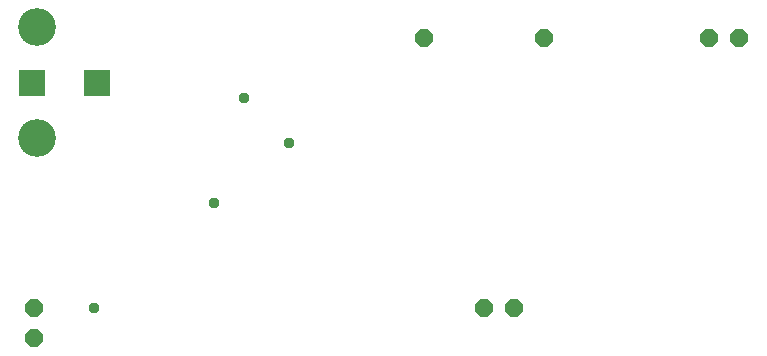
<source format=gbs>
G75*
%MOIN*%
%OFA0B0*%
%FSLAX25Y25*%
%IPPOS*%
%LPD*%
%AMOC8*
5,1,8,0,0,1.08239X$1,22.5*
%
%ADD10OC8,0.06000*%
%ADD11R,0.09068X0.09068*%
%ADD12C,0.12611*%
%ADD13C,0.03778*%
D10*
X0057000Y0032000D03*
X0057000Y0042000D03*
X0207000Y0042000D03*
X0217000Y0042000D03*
X0227000Y0132000D03*
X0187000Y0132000D03*
X0282000Y0132000D03*
X0292000Y0132000D03*
D11*
X0077827Y0117000D03*
X0056173Y0117000D03*
D12*
X0057984Y0098496D03*
X0057984Y0135504D03*
D13*
X0127000Y0112000D03*
X0142000Y0097000D03*
X0117000Y0077000D03*
X0077000Y0042000D03*
M02*

</source>
